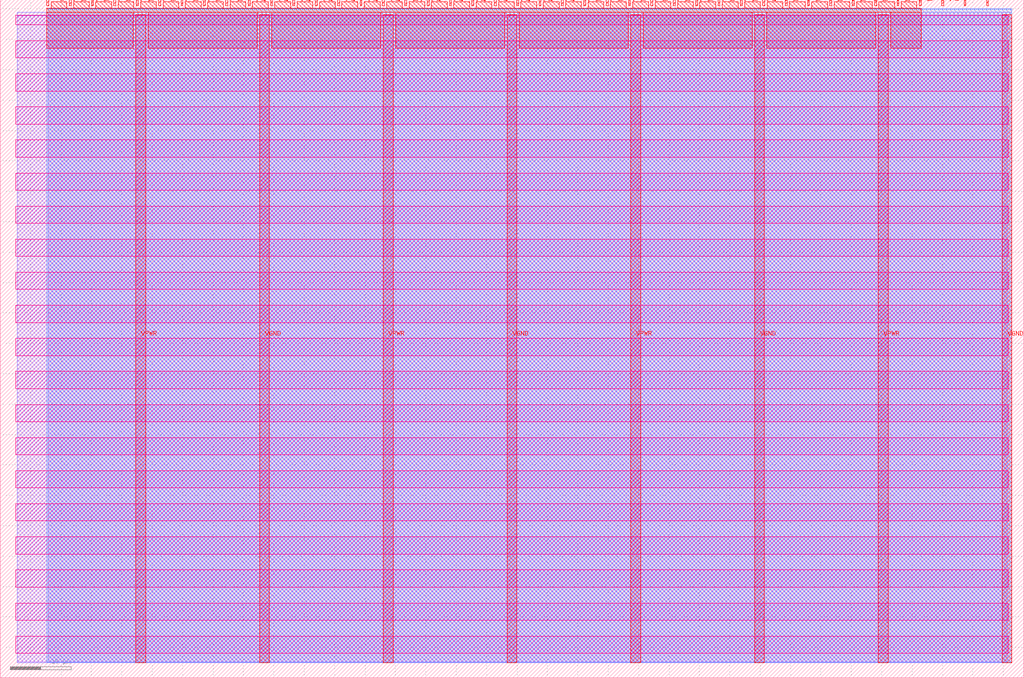
<source format=lef>
VERSION 5.7 ;
  NOWIREEXTENSIONATPIN ON ;
  DIVIDERCHAR "/" ;
  BUSBITCHARS "[]" ;
MACRO tt_um_control
  CLASS BLOCK ;
  FOREIGN tt_um_control ;
  ORIGIN 0.000 0.000 ;
  SIZE 168.360 BY 111.520 ;
  PIN VGND
    DIRECTION INOUT ;
    USE GROUND ;
    PORT
      LAYER met4 ;
        RECT 42.670 2.480 44.270 109.040 ;
    END
    PORT
      LAYER met4 ;
        RECT 83.380 2.480 84.980 109.040 ;
    END
    PORT
      LAYER met4 ;
        RECT 124.090 2.480 125.690 109.040 ;
    END
    PORT
      LAYER met4 ;
        RECT 164.800 2.480 166.400 109.040 ;
    END
  END VGND
  PIN VPWR
    DIRECTION INOUT ;
    USE POWER ;
    PORT
      LAYER met4 ;
        RECT 22.315 2.480 23.915 109.040 ;
    END
    PORT
      LAYER met4 ;
        RECT 63.025 2.480 64.625 109.040 ;
    END
    PORT
      LAYER met4 ;
        RECT 103.735 2.480 105.335 109.040 ;
    END
    PORT
      LAYER met4 ;
        RECT 144.445 2.480 146.045 109.040 ;
    END
  END VPWR
  PIN clk
    DIRECTION INPUT ;
    USE SIGNAL ;
    PORT
      LAYER met4 ;
        RECT 158.550 110.520 158.850 111.520 ;
    END
  END clk
  PIN ena
    DIRECTION INPUT ;
    USE SIGNAL ;
    PORT
      LAYER met4 ;
        RECT 162.230 110.520 162.530 111.520 ;
    END
  END ena
  PIN rst_n
    DIRECTION INPUT ;
    USE SIGNAL ;
    PORT
      LAYER met4 ;
        RECT 154.870 110.520 155.170 111.520 ;
    END
  END rst_n
  PIN ui_in[0]
    DIRECTION INPUT ;
    USE SIGNAL ;
    ANTENNAGATEAREA 0.196500 ;
    PORT
      LAYER met4 ;
        RECT 151.190 110.520 151.490 111.520 ;
    END
  END ui_in[0]
  PIN ui_in[1]
    DIRECTION INPUT ;
    USE SIGNAL ;
    ANTENNAGATEAREA 0.196500 ;
    PORT
      LAYER met4 ;
        RECT 147.510 110.520 147.810 111.520 ;
    END
  END ui_in[1]
  PIN ui_in[2]
    DIRECTION INPUT ;
    USE SIGNAL ;
    ANTENNAGATEAREA 0.196500 ;
    PORT
      LAYER met4 ;
        RECT 143.830 110.520 144.130 111.520 ;
    END
  END ui_in[2]
  PIN ui_in[3]
    DIRECTION INPUT ;
    USE SIGNAL ;
    ANTENNAGATEAREA 0.196500 ;
    PORT
      LAYER met4 ;
        RECT 140.150 110.520 140.450 111.520 ;
    END
  END ui_in[3]
  PIN ui_in[4]
    DIRECTION INPUT ;
    USE SIGNAL ;
    ANTENNAGATEAREA 0.196500 ;
    PORT
      LAYER met4 ;
        RECT 136.470 110.520 136.770 111.520 ;
    END
  END ui_in[4]
  PIN ui_in[5]
    DIRECTION INPUT ;
    USE SIGNAL ;
    ANTENNAGATEAREA 0.196500 ;
    PORT
      LAYER met4 ;
        RECT 132.790 110.520 133.090 111.520 ;
    END
  END ui_in[5]
  PIN ui_in[6]
    DIRECTION INPUT ;
    USE SIGNAL ;
    ANTENNAGATEAREA 0.247500 ;
    PORT
      LAYER met4 ;
        RECT 129.110 110.520 129.410 111.520 ;
    END
  END ui_in[6]
  PIN ui_in[7]
    DIRECTION INPUT ;
    USE SIGNAL ;
    PORT
      LAYER met4 ;
        RECT 125.430 110.520 125.730 111.520 ;
    END
  END ui_in[7]
  PIN uio_in[0]
    DIRECTION INPUT ;
    USE SIGNAL ;
    PORT
      LAYER met4 ;
        RECT 121.750 110.520 122.050 111.520 ;
    END
  END uio_in[0]
  PIN uio_in[1]
    DIRECTION INPUT ;
    USE SIGNAL ;
    PORT
      LAYER met4 ;
        RECT 118.070 110.520 118.370 111.520 ;
    END
  END uio_in[1]
  PIN uio_in[2]
    DIRECTION INPUT ;
    USE SIGNAL ;
    PORT
      LAYER met4 ;
        RECT 114.390 110.520 114.690 111.520 ;
    END
  END uio_in[2]
  PIN uio_in[3]
    DIRECTION INPUT ;
    USE SIGNAL ;
    PORT
      LAYER met4 ;
        RECT 110.710 110.520 111.010 111.520 ;
    END
  END uio_in[3]
  PIN uio_in[4]
    DIRECTION INPUT ;
    USE SIGNAL ;
    PORT
      LAYER met4 ;
        RECT 107.030 110.520 107.330 111.520 ;
    END
  END uio_in[4]
  PIN uio_in[5]
    DIRECTION INPUT ;
    USE SIGNAL ;
    PORT
      LAYER met4 ;
        RECT 103.350 110.520 103.650 111.520 ;
    END
  END uio_in[5]
  PIN uio_in[6]
    DIRECTION INPUT ;
    USE SIGNAL ;
    PORT
      LAYER met4 ;
        RECT 99.670 110.520 99.970 111.520 ;
    END
  END uio_in[6]
  PIN uio_in[7]
    DIRECTION INPUT ;
    USE SIGNAL ;
    PORT
      LAYER met4 ;
        RECT 95.990 110.520 96.290 111.520 ;
    END
  END uio_in[7]
  PIN uio_oe[0]
    DIRECTION OUTPUT TRISTATE ;
    USE SIGNAL ;
    PORT
      LAYER met4 ;
        RECT 33.430 110.520 33.730 111.520 ;
    END
  END uio_oe[0]
  PIN uio_oe[1]
    DIRECTION OUTPUT TRISTATE ;
    USE SIGNAL ;
    PORT
      LAYER met4 ;
        RECT 29.750 110.520 30.050 111.520 ;
    END
  END uio_oe[1]
  PIN uio_oe[2]
    DIRECTION OUTPUT TRISTATE ;
    USE SIGNAL ;
    PORT
      LAYER met4 ;
        RECT 26.070 110.520 26.370 111.520 ;
    END
  END uio_oe[2]
  PIN uio_oe[3]
    DIRECTION OUTPUT TRISTATE ;
    USE SIGNAL ;
    PORT
      LAYER met4 ;
        RECT 22.390 110.520 22.690 111.520 ;
    END
  END uio_oe[3]
  PIN uio_oe[4]
    DIRECTION OUTPUT TRISTATE ;
    USE SIGNAL ;
    PORT
      LAYER met4 ;
        RECT 18.710 110.520 19.010 111.520 ;
    END
  END uio_oe[4]
  PIN uio_oe[5]
    DIRECTION OUTPUT TRISTATE ;
    USE SIGNAL ;
    PORT
      LAYER met4 ;
        RECT 15.030 110.520 15.330 111.520 ;
    END
  END uio_oe[5]
  PIN uio_oe[6]
    DIRECTION OUTPUT TRISTATE ;
    USE SIGNAL ;
    PORT
      LAYER met4 ;
        RECT 11.350 110.520 11.650 111.520 ;
    END
  END uio_oe[6]
  PIN uio_oe[7]
    DIRECTION OUTPUT TRISTATE ;
    USE SIGNAL ;
    PORT
      LAYER met4 ;
        RECT 7.670 110.520 7.970 111.520 ;
    END
  END uio_oe[7]
  PIN uio_out[0]
    DIRECTION OUTPUT TRISTATE ;
    USE SIGNAL ;
    PORT
      LAYER met4 ;
        RECT 62.870 110.520 63.170 111.520 ;
    END
  END uio_out[0]
  PIN uio_out[1]
    DIRECTION OUTPUT TRISTATE ;
    USE SIGNAL ;
    PORT
      LAYER met4 ;
        RECT 59.190 110.520 59.490 111.520 ;
    END
  END uio_out[1]
  PIN uio_out[2]
    DIRECTION OUTPUT TRISTATE ;
    USE SIGNAL ;
    PORT
      LAYER met4 ;
        RECT 55.510 110.520 55.810 111.520 ;
    END
  END uio_out[2]
  PIN uio_out[3]
    DIRECTION OUTPUT TRISTATE ;
    USE SIGNAL ;
    PORT
      LAYER met4 ;
        RECT 51.830 110.520 52.130 111.520 ;
    END
  END uio_out[3]
  PIN uio_out[4]
    DIRECTION OUTPUT TRISTATE ;
    USE SIGNAL ;
    PORT
      LAYER met4 ;
        RECT 48.150 110.520 48.450 111.520 ;
    END
  END uio_out[4]
  PIN uio_out[5]
    DIRECTION OUTPUT TRISTATE ;
    USE SIGNAL ;
    PORT
      LAYER met4 ;
        RECT 44.470 110.520 44.770 111.520 ;
    END
  END uio_out[5]
  PIN uio_out[6]
    DIRECTION OUTPUT TRISTATE ;
    USE SIGNAL ;
    PORT
      LAYER met4 ;
        RECT 40.790 110.520 41.090 111.520 ;
    END
  END uio_out[6]
  PIN uio_out[7]
    DIRECTION OUTPUT TRISTATE ;
    USE SIGNAL ;
    PORT
      LAYER met4 ;
        RECT 37.110 110.520 37.410 111.520 ;
    END
  END uio_out[7]
  PIN uo_out[0]
    DIRECTION OUTPUT TRISTATE ;
    USE SIGNAL ;
    ANTENNAGATEAREA 1.858500 ;
    ANTENNADIFFAREA 0.891000 ;
    PORT
      LAYER met4 ;
        RECT 92.310 110.520 92.610 111.520 ;
    END
  END uo_out[0]
  PIN uo_out[1]
    DIRECTION OUTPUT TRISTATE ;
    USE SIGNAL ;
    ANTENNAGATEAREA 1.363500 ;
    ANTENNADIFFAREA 0.891000 ;
    PORT
      LAYER met4 ;
        RECT 88.630 110.520 88.930 111.520 ;
    END
  END uo_out[1]
  PIN uo_out[2]
    DIRECTION OUTPUT TRISTATE ;
    USE SIGNAL ;
    ANTENNAGATEAREA 0.868500 ;
    ANTENNADIFFAREA 0.891000 ;
    PORT
      LAYER met4 ;
        RECT 84.950 110.520 85.250 111.520 ;
    END
  END uo_out[2]
  PIN uo_out[3]
    DIRECTION OUTPUT TRISTATE ;
    USE SIGNAL ;
    ANTENNAGATEAREA 0.990000 ;
    ANTENNADIFFAREA 0.891000 ;
    PORT
      LAYER met4 ;
        RECT 81.270 110.520 81.570 111.520 ;
    END
  END uo_out[3]
  PIN uo_out[4]
    DIRECTION OUTPUT TRISTATE ;
    USE SIGNAL ;
    PORT
      LAYER met4 ;
        RECT 77.590 110.520 77.890 111.520 ;
    END
  END uo_out[4]
  PIN uo_out[5]
    DIRECTION OUTPUT TRISTATE ;
    USE SIGNAL ;
    PORT
      LAYER met4 ;
        RECT 73.910 110.520 74.210 111.520 ;
    END
  END uo_out[5]
  PIN uo_out[6]
    DIRECTION OUTPUT TRISTATE ;
    USE SIGNAL ;
    PORT
      LAYER met4 ;
        RECT 70.230 110.520 70.530 111.520 ;
    END
  END uo_out[6]
  PIN uo_out[7]
    DIRECTION OUTPUT TRISTATE ;
    USE SIGNAL ;
    PORT
      LAYER met4 ;
        RECT 66.550 110.520 66.850 111.520 ;
    END
  END uo_out[7]
  OBS
      LAYER nwell ;
        RECT 2.570 107.385 165.790 108.990 ;
        RECT 2.570 101.945 165.790 104.775 ;
        RECT 2.570 96.505 165.790 99.335 ;
        RECT 2.570 91.065 165.790 93.895 ;
        RECT 2.570 85.625 165.790 88.455 ;
        RECT 2.570 80.185 165.790 83.015 ;
        RECT 2.570 74.745 165.790 77.575 ;
        RECT 2.570 69.305 165.790 72.135 ;
        RECT 2.570 63.865 165.790 66.695 ;
        RECT 2.570 58.425 165.790 61.255 ;
        RECT 2.570 52.985 165.790 55.815 ;
        RECT 2.570 47.545 165.790 50.375 ;
        RECT 2.570 42.105 165.790 44.935 ;
        RECT 2.570 36.665 165.790 39.495 ;
        RECT 2.570 31.225 165.790 34.055 ;
        RECT 2.570 25.785 165.790 28.615 ;
        RECT 2.570 20.345 165.790 23.175 ;
        RECT 2.570 14.905 165.790 17.735 ;
        RECT 2.570 9.465 165.790 12.295 ;
        RECT 2.570 4.025 165.790 6.855 ;
      LAYER li1 ;
        RECT 2.760 2.635 165.600 108.885 ;
      LAYER met1 ;
        RECT 2.760 2.480 166.400 109.440 ;
      LAYER met2 ;
        RECT 7.910 2.535 166.370 110.005 ;
      LAYER met3 ;
        RECT 7.630 2.555 166.390 109.985 ;
      LAYER met4 ;
        RECT 8.370 110.120 10.950 111.170 ;
        RECT 12.050 110.120 14.630 111.170 ;
        RECT 15.730 110.120 18.310 111.170 ;
        RECT 19.410 110.120 21.990 111.170 ;
        RECT 23.090 110.120 25.670 111.170 ;
        RECT 26.770 110.120 29.350 111.170 ;
        RECT 30.450 110.120 33.030 111.170 ;
        RECT 34.130 110.120 36.710 111.170 ;
        RECT 37.810 110.120 40.390 111.170 ;
        RECT 41.490 110.120 44.070 111.170 ;
        RECT 45.170 110.120 47.750 111.170 ;
        RECT 48.850 110.120 51.430 111.170 ;
        RECT 52.530 110.120 55.110 111.170 ;
        RECT 56.210 110.120 58.790 111.170 ;
        RECT 59.890 110.120 62.470 111.170 ;
        RECT 63.570 110.120 66.150 111.170 ;
        RECT 67.250 110.120 69.830 111.170 ;
        RECT 70.930 110.120 73.510 111.170 ;
        RECT 74.610 110.120 77.190 111.170 ;
        RECT 78.290 110.120 80.870 111.170 ;
        RECT 81.970 110.120 84.550 111.170 ;
        RECT 85.650 110.120 88.230 111.170 ;
        RECT 89.330 110.120 91.910 111.170 ;
        RECT 93.010 110.120 95.590 111.170 ;
        RECT 96.690 110.120 99.270 111.170 ;
        RECT 100.370 110.120 102.950 111.170 ;
        RECT 104.050 110.120 106.630 111.170 ;
        RECT 107.730 110.120 110.310 111.170 ;
        RECT 111.410 110.120 113.990 111.170 ;
        RECT 115.090 110.120 117.670 111.170 ;
        RECT 118.770 110.120 121.350 111.170 ;
        RECT 122.450 110.120 125.030 111.170 ;
        RECT 126.130 110.120 128.710 111.170 ;
        RECT 129.810 110.120 132.390 111.170 ;
        RECT 133.490 110.120 136.070 111.170 ;
        RECT 137.170 110.120 139.750 111.170 ;
        RECT 140.850 110.120 143.430 111.170 ;
        RECT 144.530 110.120 147.110 111.170 ;
        RECT 148.210 110.120 150.790 111.170 ;
        RECT 7.655 109.440 151.505 110.120 ;
        RECT 7.655 103.535 21.915 109.440 ;
        RECT 24.315 103.535 42.270 109.440 ;
        RECT 44.670 103.535 62.625 109.440 ;
        RECT 65.025 103.535 82.980 109.440 ;
        RECT 85.380 103.535 103.335 109.440 ;
        RECT 105.735 103.535 123.690 109.440 ;
        RECT 126.090 103.535 144.045 109.440 ;
        RECT 146.445 103.535 151.505 109.440 ;
  END
END tt_um_control
END LIBRARY


</source>
